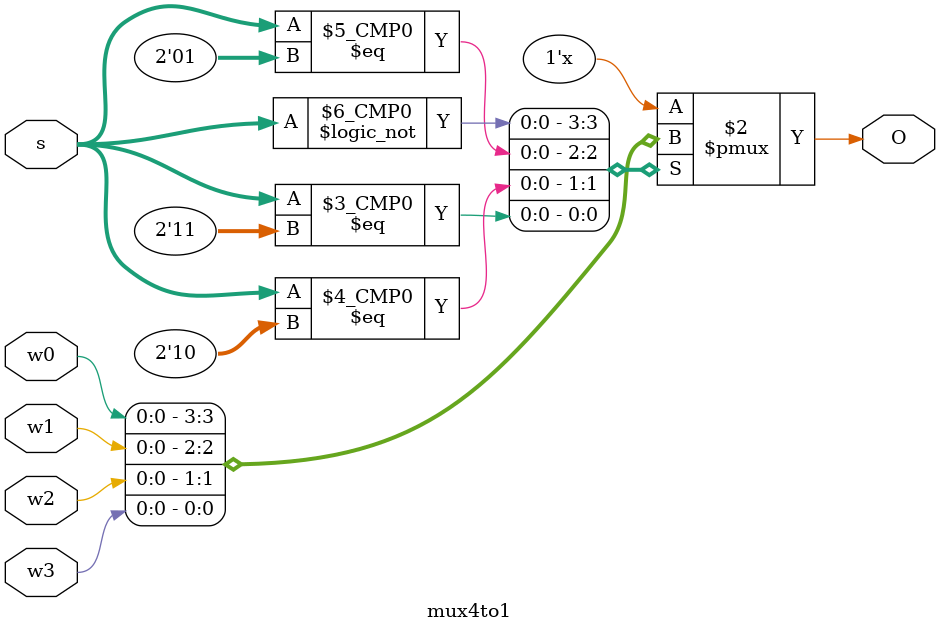
<source format=v>
module mux4to1(w3,w2,w1,w0,s,O);
input w3,w2,w1,w0;
input [1:0]s;
output reg O;
always @(s or w3 or w2 or w1 or w0)
case (s)
0:O= w0;
1:O=w1;
2:O=w2;
3:O=w3;
endcase
endmodule

</source>
